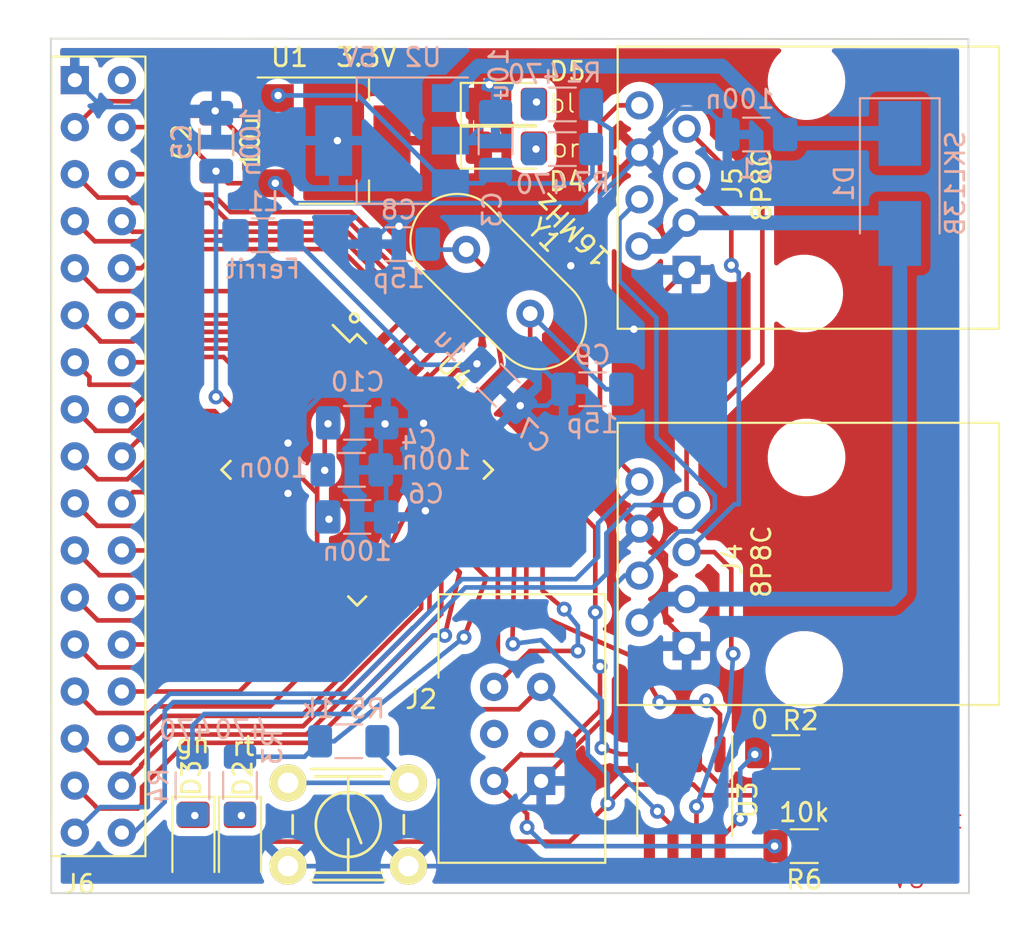
<source format=kicad_pcb>
(kicad_pcb (version 20211014) (generator pcbnew)
  (layers (0 "F.Cu" signal) (31 "B.Cu" signal) (34 "B.Paste" user) (35 "F.Paste" user) (36 "B.SilkS" user "B.Silkscreen") (37 "F.SilkS" user "F.Silkscreen") (38 "B.Mask" user) (39 "F.Mask" user) (44 "Edge.Cuts" user))
  (net 0 "")
  (net 1 "GND")
  (net 2 "Net-(C1-Pad2)")
  (net 3 "+5V")
  (net 4 "+V")
  (net 5 "DCC_A")
  (net 6 "DCC_B")
  (net 7 "PC2")
  (net 8 "PC0")
  (net 9 "PA0")
  (net 10 "PA2")
  (net 11 "PA6")
  (net 12 "PB2")
  (net 13 "PA4")
  (net 14 "PB0")
  (net 15 "PC4")
  (net 16 "PC6")
  (net 17 "PD4")
  (net 18 "PD6")
  (net 19 "PD0")
  (net 20 "PD2")
  (net 21 "PA1")
  (net 22 "PA3")
  (net 23 "PA5")
  (net 24 "PA7")
  (net 25 "PB1")
  (net 26 "PB3")
  (net 27 "PC1")
  (net 28 "PC3")
  (net 29 "PC5")
  (net 30 "PC7")
  (net 31 "PD1")
  (net 32 "PD3")
  (net 33 "PD5")
  (net 34 "PD7")
  (net 35 "Net-(D4-Pad2)")
  (net 36 "Net-(D2-Pad1)")
  (net 37 "+3.3V")
  (net 38 "Net-(D3-Pad1)")
  (net 39 "Net-(D5-Pad2)")
  (net 40 "+7V")
  (net 41 "PDI_DATA")
  (net 44 "PDICLK")
  (net 45 "CANH")
  (net 46 "CANL")
  (net 47 "AVCC")
  (net 48 "Net-(R5-Pad1)")
  (net 49 "Net-(U3-Pad1)")
  (net 50 "Net-(U3-Pad4)")
  (net 52 "Net-(R2-Pad2)")
  (net 53 "PE0")
  (net 54 "PE1")
  (net 55 "Net-(C9-Pad1)")
  (net 56 "Net-(C8-Pad1)")
  (footprint "sboxnet:sboxnet-buchse-2x17" (layer "F.Cu") (at 80.01 121.19 180)
    (fp_text reference "J6")
    (fp_text value "sboxnet-buchse_2x17" hide)
  )
  (footprint "sboxnet:wannenstecker_gerade_6pin" (layer "F.Cu") (at 100.1 110.78)
    (fp_text reference "J2")
    (fp_text value "Conn_02x03_Odd_Even")
  )
  (footprint "Package_TO_SOT_SMD:SOT-223-3_TabPin2" (layer "F.Cu") (at 91.44 81.28)
    (fp_text reference "U1  3.3V")
    (fp_text value "MCP1703A-3302_SOT223")
  )
  (footprint "sboxnet:8p8c-mebp" (layer "F.Cu") (at 116.84 104.14 90)
    (fp_text reference "J4")
    (fp_text value "8P8C")
  )
  (footprint "sboxnet:8p8c-mebp" (layer "F.Cu") (at 116.84 83.82 90)
    (fp_text reference "J5")
    (fp_text value "8P8C")
  )
  (footprint "sboxnet:JTP-1130" (layer "F.Cu") (at 92.2274 118.2116 180)
    (fp_text reference "SW1" hide)
    (fp_text value "SW_Push" hide)
  )
  (footprint "Package_QFP:TQFP-44_10x10mm_P0.8mm" (layer "F.Cu") (at 92.71 99.06 -45)
    (fp_text reference "U4")
    (fp_text value "ATxmega128A4U-AU")
  )
  (footprint "LED_SMD:LED_1206_3216Metric_Pad1.42x1.75mm_HandSolder" (layer "F.Cu") (at 83.8708 119.1768 -90)
    (fp_text reference "D3")
    (fp_text value "LED")
  )
  (footprint "LED_SMD:LED_1206_3216Metric_Pad1.42x1.75mm_HandSolder" (layer "F.Cu") (at 100.7618 81.661)
    (fp_text reference "D4")
    (fp_text value "LED")
  )
  (footprint "Capacitor_SMD:C_1206_3216Metric_Pad1.33x1.80mm_HandSolder" (layer "F.Cu") (at 85.09 81.3685 90)
    (fp_text reference "C2")
    (fp_text value "10u")
  )
  (footprint "Crystal:Crystal_HC49-U_Vertical" (layer "F.Cu") (at 98.597589 87.167589 -45)
    (fp_text reference "Y1")
    (fp_text value "16MHz")
  )
  (footprint "LED_SMD:LED_1206_3216Metric_Pad1.42x1.75mm_HandSolder" (layer "F.Cu") (at 100.7618 79.2988)
    (fp_text reference "D5")
    (fp_text value "LED")
  )
  (footprint "Resistor_SMD:R_1206_3216Metric_Pad1.30x1.75mm_HandSolder" (layer "F.Cu") (at 115.850001 114.3 180)
    (fp_text reference "R2")
    (fp_text value "0")
  )
  (footprint "LED_SMD:LED_1206_3216Metric_Pad1.42x1.75mm_HandSolder" (layer "F.Cu") (at 86.3854 119.1768 -90)
    (fp_text reference "D2")
    (fp_text value "LED")
  )
  (footprint "Resistor_SMD:R_1206_3216Metric_Pad1.30x1.75mm_HandSolder" (layer "F.Cu") (at 116.84 119.38 180)
    (fp_text reference "R6")
    (fp_text value "10k")
  )
  (footprint "Package_SO:SOIC-8_3.9x4.9mm_P1.27mm" (layer "F.Cu") (at 110.3884 116.8908 -90)
    (fp_text reference "U3")
    (fp_text value "SN65HVD230")
  )
  (footprint "Resistor_SMD:R_1206_3216Metric_Pad1.30x1.75mm_HandSolder" (layer "B.Cu") (at 103.7844 81.7372 180)
    (fp_text reference "R7")
    (fp_text value "470")
  )
  (footprint "Capacitor_SMD:C_1206_3216Metric_Pad1.33x1.80mm_HandSolder" (layer "B.Cu") (at 114.2492 80.9498)
    (fp_text reference "C1")
    (fp_text value "100n")
  )
  (footprint "Capacitor_SMD:C_1206_3216Metric_Pad1.33x1.80mm_HandSolder" (layer "B.Cu") (at 92.4175 99.06 180)
    (fp_text reference "C4")
    (fp_text value "100n")
  )
  (footprint "Inductor_SMD:L_1206_3216Metric_Pad1.42x1.75mm_HandSolder" (layer "B.Cu") (at 87.63 86.39 180)
    (fp_text reference "L1")
    (fp_text value "Ferrit")
  )
  (footprint "Capacitor_SMD:C_1206_3216Metric_Pad1.33x1.80mm_HandSolder" (layer "B.Cu") (at 100.33 94.488 135)
    (fp_text reference "C7")
    (fp_text value "1u")
  )
  (footprint "Resistor_SMD:R_1206_3216Metric_Pad1.30x1.75mm_HandSolder" (layer "B.Cu") (at 83.82 116.1282 -90)
    (fp_text reference "R4")
    (fp_text value "470")
  )
  (footprint "Package_TO_SOT_SMD:SOT-223-3_TabPin2" (layer "B.Cu") (at 94.59 81.28 180)
    (fp_text reference "U2  5V")
    (fp_text value "MCP1703A-5002_SOT223")
  )
  (footprint "Capacitor_SMD:C_1206_3216Metric_Pad1.33x1.80mm_HandSolder" (layer "B.Cu") (at 94.9575 86.868665 180)
    (fp_text reference "C8")
    (fp_text value "15p")
  )
  (footprint "Capacitor_SMD:C_1206_3216Metric_Pad1.33x1.80mm_HandSolder" (layer "B.Cu") (at 100.1776 81.3054 90)
    (fp_text reference "C3")
    (fp_text value "10u")
  )
  (footprint "Resistor_SMD:R_1206_3216Metric_Pad1.30x1.75mm_HandSolder" (layer "B.Cu") (at 86.3854 116.1028 -90)
    (fp_text reference "R3")
    (fp_text value "470")
  )
  (footprint "Resistor_SMD:R_1206_3216Metric_Pad1.30x1.75mm_HandSolder" (layer "B.Cu") (at 92.2528 113.7158 180)
    (fp_text reference "R5")
    (fp_text value "1k")
  )
  (footprint "Capacitor_SMD:C_1206_3216Metric_Pad1.33x1.80mm_HandSolder" (layer "B.Cu") (at 85.1154 81.3562 -90)
    (fp_text reference "C5")
    (fp_text value "100n")
  )
  (footprint "Diode_SMD:D_SMB_Handsoldering" (layer "B.Cu") (at 121.9962 83.5914 -90)
    (fp_text reference "D1")
    (fp_text value "SKL13B")
  )
  (footprint "Capacitor_SMD:C_1206_3216Metric_Pad1.33x1.80mm_HandSolder" (layer "B.Cu") (at 105.41 94.707286 180)
    (fp_text reference "C9")
    (fp_text value "15p")
  )
  (footprint "Capacitor_SMD:C_1206_3216Metric_Pad1.33x1.80mm_HandSolder" (layer "B.Cu") (at 92.71 101.6 180)
    (fp_text reference "C6")
    (fp_text value "100n")
  )
  (footprint "Capacitor_SMD:C_1206_3216Metric_Pad1.33x1.80mm_HandSolder" (layer "B.Cu") (at 92.71 96.52 180)
    (fp_text reference "C10")
    (fp_text value "100n")
  )
  (footprint "Resistor_SMD:R_1206_3216Metric_Pad1.30x1.75mm_HandSolder" (layer "B.Cu") (at 103.7844 79.3242 180)
    (fp_text reference "R1")
    (fp_text value "470")
  )
  (gr_circle (center 92.5576 90.8558) (end 92.791776 90.8558) (layer "F.SilkS") (width 0.15) (fill none))
  (gr_line (start 125.73 121.92) (end 76.2 121.92) (layer "Edge.Cuts") (width 0.1))
  (gr_line (start 76.2 121.92) (end 76.1746 75.7682) (layer "Edge.Cuts") (width 0.1))
  (gr_line (start 125.7046 75.7936) (end 125.73 121.92) (layer "Edge.Cuts") (width 0.1))
  (gr_line (start 76.1746 75.7682) (end 125.7046 75.7936) (layer "Edge.Cuts") (width 0.1))
  (gr_text "sboxnet\nModul\nV6" (at 122.4788 119.5324) (layer "F.Cu") (effects (font (size 1 1) (thickness 0.1))))
  (gr_text "470" (at 83.439 113.1062) (layer "B.SilkS") (effects (font (size 1 1)) (justify mirror)))
  (gr_text "470" (at 86.4362 113.0808) (layer "B.SilkS") (effects (font (size 1 1)) (justify mirror)))
  (gr_text "bl" (at 103.7844 79.2734) (layer "F.SilkS") (effects (font (size 1 1) (thickness 0.1))))
  (gr_text "or" (at 103.9622 81.6864) (layer "F.SilkS") (effects (font (size 1 1) (thickness 0.1))))
  (gr_text "gn" (at 83.8454 113.8428) (layer "F.SilkS") (effects (font (size 1 1))))
  (gr_text "16MHz" (at 104.3432 86.106 135) (layer "F.SilkS") (effects (font (size 1 1))))
  (gr_text "rt" (at 86.5632 113.9952) (layer "F.SilkS") (effects (font (size 1 1))))
  (segment (start 96.324021 96.57735) (end 97.306194 95.595177) (width 0.25) (layer "F.Cu") (net 1))
  (segment (start 101.511146 95.796146) (end 107.95 102.235) (width 0.25) (layer "F.Cu") (net 1))
  (segment (start 115.596601 116.1034) (end 112.334928 116.1034) (width 0.25) (layer "F.Cu") (net 1))
  (segment (start 111.0996 112.8014) (end 111.0996 114.3396) (width 0.25) (layer "F.Cu") (net 1))
  (segment (start 94.59 81.28) (end 91.6432 81.28) (width 0.25) (layer "F.Cu") (net 1))
  (segment (start 91.6432 81.28) (end 88.29 81.28) (width 0.25) (layer "F.Cu") (net 1))
  (segment (start 88.29 81.28) (end 86.6525 81.28) (width 0.25) (layer "F.Cu") (net 1))
  (segment (start 107.6452 91.4654) (end 107.6452 91.1048) (width 0.25) (layer "F.Cu") (net 1))
  (segment (start 98.7552 81.28) (end 98.8425 81.3673) (width 0.25) (layer "F.Cu") (net 1))
  (segment (start 110.9726 112.6744) (end 111.0996 112.8014) (width 0.25) (layer "F.Cu") (net 1))
  (segment (start 111.0234 114.791872) (end 111.0234 114.4158) (width 0.25) (layer "F.Cu") (net 1))
  (segment (start 99.2743 81.661) (end 99.2743 81.7882) (width 0.25) (layer "F.Cu") (net 1))
  (segment (start 99.2743 81.7882) (end 98.8425 82.22) (width 0.25) (layer "F.Cu") (net 1))
  (segment (start 110.49 112.4204) (end 110.744 112.6744) (width 0.25) (layer "F.Cu") (net 1))
  (segment (start 109.3724 103.6574) (end 107.95 102.235) (width 0.25) (layer "F.Cu") (net 1))
  (segment (start 98.8425 82.22) (end 98.8425 81.3673) (width 0.25) (layer "F.Cu") (net 1))
  (segment (start 98.8425 81.3673) (end 98.8425 80.01) (width 0.25) (layer "F.Cu") (net 1))
  (segment (start 112.334928 116.1034) (end 111.0234 114.791872) (width 0.25) (layer "F.Cu") (net 1))
  (segment (start 88.9762 97.6122) (end 88.9762 97.588942) (width 0.25) (layer "F.Cu") (net 1))
  (segment (start 111.0996 114.3396) (end 111.0234 114.4158) (width 0.25) (layer "F.Cu") (net 1))
  (segment (start 94.59 81.28) (end 94.59 85.5222) (width 0.25) (layer "F.Cu") (net 1))
  (segment (start 98.8425 79.2623) (end 99.822 78.2828) (width 0.25) (layer "F.Cu") (net 1))
  (segment (start 89.728795 101.082595) (end 88.9762 100.33) (width 0.25) (layer "F.Cu") (net 1))
  (segment (start 94.21515 96.57735) (end 96.324021 96.57735) (width 0.25) (layer "F.Cu") (net 1))
  (segment (start 89.728795 103.172576) (end 89.728795 101.082595) (width 0.25) (layer "F.Cu") (net 1))
  (segment (start 107.6452 91.1048) (end 110.49 88.26) (width 0.25) (layer "F.Cu") (net 1))
  (segment (start 94.59 81.28) (end 98.7552 81.28) (width 0.25) (layer "F.Cu") (net 1))
  (segment (start 88.9762 97.588942) (end 87.54812 96.160862) (width 0.25) (layer "F.Cu") (net 1))
  (segment (start 110.49 108.58) (end 110.49 108.31344) (width 0.25) (layer "F.Cu") (net 1))
  (segment (start 97.182542 101.2698) (end 97.87188 101.959138) (width 0.25) (layer "F.Cu") (net 1))
  (segment (start 117.400001 114.3) (end 115.596601 116.1034) (width 0.25) (layer "F.Cu") (net 1))
  (segment (start 109.3724 107.19584) (end 109.3724 103.6574) (width 0.25) (layer "F.Cu") (net 1))
  (segment (start 98.8425 80.01) (end 98.8425 79.2623) (width 0.25) (layer "F.Cu") (net 1))
  (segment (start 99.2743 81.661) (end 99.2743 83.0691) (width 0.25) (layer "F.Cu") (net 1))
  (segment (start 102.64 115.86) (end 105.8256 112.6744) (width 0.25) (layer "F.Cu") (net 1))
  (segment (start 110.49 108.31344) (end 109.3724 107.19584) (width 0.25) (layer "F.Cu") (net 1))
  (segment (start 105.8256 112.6744) (end 110.744 112.6744) (width 0.25) (layer "F.Cu") (net 1))
  (segment (start 96.393 101.2698) (end 97.182542 101.2698) (width 0.25) (layer "F.Cu") (net 1))
  (segment (start 99.2743 83.0691) (end 104.2416 88.0364) (width 0.25) (layer "F.Cu") (net 1))
  (segment (start 110.744 112.6744) (end 110.9726 112.6744) (width 0.25) (layer "F.Cu") (net 1))
  (segment (start 101.511146 95.592854) (end 101.511146 95.796146) (width 0.25) (layer "F.Cu") (net 1))
  (segment (start 89.245177 103.656194) (end 89.728795 103.172576) (width 0.25) (layer "F.Cu") (net 1))
  (segment (start 86.6525 81.28) (end 85.09 79.7175) (width 0.25) (layer "F.Cu") (net 1))
  (segment (start 110.49 108.58) (end 110.49 112.4204) (width 0.25) (layer "F.Cu") (net 1))
  (segment (start 94.59 85.5222) (end 94.9706 85.9028) (width 0.25) (layer "F.Cu") (net 1))
  (via (at 96.2914 96.5454) (size 0.8) (drill 0.4) (layers "F.Cu" "B.Cu") (net 1))
  (via (at 104.2416 88.0364) (size 0.8) (drill 0.4) (layers "F.Cu" "B.Cu") (net 1))
  (via (at 88.9762 97.6122) (size 0.8) (drill 0.4) (layers "F.Cu" "B.Cu") (net 1))
  (via (at 99.8474 78.2574) (size 0.8) (drill 0.4) (layers "F.Cu" "B.Cu") (net 1))
  (via (at 85.04575 79.67325) (size 0.8) (drill 0.4) (layers "F.Cu" "B.Cu") (net 1))
  (via (at 91.6432 81.28) (size 0.8) (drill 0.4) (layers "F.Cu" "B.Cu") (net 1))
  (via (at 101.511146 95.592854) (size 0.8) (drill 0.4) (layers "F.Cu" "B.Cu") (net 1))
  (via (at 88.9762 100.33) (size 0.8) (drill 0.4) (layers "F.Cu" "B.Cu") (net 1))
  (via (at 94.21515 96.57735) (size 0.8) (drill 0.4) (layers "F.Cu" "B.Cu") (net 1))
  (via (at 107.6452 91.4654) (size 0.8) (drill 0.4) (layers "F.Cu" "B.Cu") (net 1))
  (via (at 94.9706 85.9028) (size 0.8) (drill 0.4) (layers "F.Cu" "B.Cu") (net 1))
  (via (at 96.393 101.2698) (size 0.8) (drill 0.4) (layers "F.Cu" "B.Cu") (net 1))
  (segment (start 111.569789 79.553489) (end 112.6867 80.6704) (width 0.25) (layer "B.Cu") (net 1))
  (segment (start 95.4774 120.4616) (end 98.0384 120.4616) (width 0.25) (layer "B.Cu") (net 1))
  (segment (start 88.9762 100.33) (end 88.9762 97.6122) (width 0.25) (layer "B.Cu") (net 1))
  (segment (start 84.835989 79.463489) (end 85.04575 79.67325) (width 0.25) (layer "B.Cu") (net 1))
  (segment (start 101.511146 95.592854) (end 102.961932 95.592854) (width 0.25) (layer "B.Cu") (net 1))
  (segment (start 96.334385 97.655185) (end 96.393 101.2698) (width 0.25) (layer "B.Cu") (net 1))
  (segment (start 100.973759 91.702759) (end 100.203 90.932) (width 0.25) (layer "B.Cu") (net 1))
  (segment (start 105.8164 87.6046) (end 105.8164 84.261093) (width 0.25) (layer "B.Cu") (net 1))
  (segment (start 93.98 96.8125) (end 94.21515 96.57735) (width 0.25) (layer "B.Cu") (net 1))
  (segment (start 105.8164 84.261093) (end 107.95 82.127493) (width 0.25) (layer "B.Cu") (net 1))
  (segment (start 94.9706 85.9028) (end 94.360865 85.9028) (width 0.25) (layer "B.Cu") (net 1))
  (segment (start 107.95 82.127493) (end 107.95 81.915) (width 0.25) (layer "B.Cu") (net 1))
  (segment (start 107.95 81.915) (end 107.95 81.64344) (width 0.25) (layer "B.Cu") (net 1))
  (segment (start 100.203 78.6638) (end 99.822 78.2828) (width 0.25) (layer "B.Cu") (net 1))
  (segment (start 98.0384 120.4616) (end 102.64 115.86) (width 0.25) (layer "B.Cu") (net 1))
  (segment (start 93.98 99.06) (end 93.98 96.8125) (width 0.25) (layer "B.Cu") (net 1))
  (segment (start 90.745707 95.0468) (end 94.7928 95.0468) (width 0.25) (layer "B.Cu") (net 1))
  (segment (start 101.434854 95.592854) (end 101.511146 95.592854) (width 0.25) (layer "B.Cu") (net 1))
  (segment (start 104.8004 88.6206) (end 105.8164 87.6046) (width 0.25) (layer "B.Cu") (net 1))
  (segment (start 100.973759 91.833545) (end 100.973759 91.702759) (width 0.25) (layer "B.Cu") (net 1))
  (segment (start 100.203 79.7429) (end 100.203 78.6638) (width 0.25) (layer "B.Cu") (net 1))
  (segment (start 94.7928 95.0468) (end 96.2914 96.5454) (width 0.25) (layer "B.Cu") (net 1))
  (segment (start 96.334385 97.655185) (end 99.372523 97.655185) (width 0.25) (layer "B.Cu") (net 1))
  (segment (start 77.47 78.01) (end 78.923489 79.463489) (width 0.25) (layer "B.Cu") (net 1))
  (segment (start 98.6659 81.28) (end 100.203 79.7429) (width 0.25) (layer "B.Cu") (net 1))
  (segment (start 104.8004 88.6206) (end 107.6452 91.4654) (width 0.25) (layer "B.Cu") (net 1))
  (segment (start 96.2914 96.5454) (end 96.3168 96.5708) (width 0.25) (layer "B.Cu") (net 1))
  (segment (start 103.8475 94.707286) (end 100.973759 91.833545) (width 0.25) (layer "B.Cu") (net 1))
  (segment (start 94.2725 101.6) (end 94.2725 99.3525) (width 0.25) (layer "B.Cu") (net 1))
  (segment (start 107.95 81.64344) (end 110.039951 79.553489) (width 0.25) (layer "B.Cu") (net 1))
  (segment (start 88.9762 96.816307) (end 90.745707 95.0468) (width 0.25) (layer "B.Cu") (net 1))
  (segment (start 102.6414 88.0364) (end 104.2162 88.0364) (width 0.25) (layer "B.Cu") (net 1))
  (segment (start 100.203 90.4748) (end 102.6414 88.0364) (width 0.25) (layer "B.Cu") (net 1))
  (segment (start 110.039951 79.553489) (end 111.569789 79.553489) (width 0.25) (layer "B.Cu") (net 1))
  (segment (start 99.372523 97.655185) (end 101.434854 95.592854) (width 0.25) (layer "B.Cu") (net 1))
  (segment (start 100.203 90.932) (end 100.203 90.4748) (width 0.25) (layer "B.Cu") (net 1))
  (segment (start 102.961932 95.592854) (end 103.8475 94.707286) (width 0.25) (layer "B.Cu") (net 1))
  (segment (start 94.2725 99.3525) (end 93.98 99.06) (width 0.25) (layer "B.Cu") (net 1))
  (segment (start 88.9774 120.4616) (end 95.4774 120.4616) (width 0.25) (layer "B.Cu") (net 1))
  (segment (start 88.9762 97.6122) (end 88.9762 96.816307) (width 0.25) (layer "B.Cu") (net 1))
  (segment (start 78.923489 79.463489) (end 84.835989 79.463489) (width 0.25) (layer "B.Cu") (net 1))
  (segment (start 97.74 81.28) (end 98.6659 81.28) (width 0.25) (layer "B.Cu") (net 1))
  (segment (start 85.04575 79.67325) (end 85.09 79.7175) (width 0.25) (layer "B.Cu") (net 1))
  (segment (start 96.3168 96.5708) (end 96.334385 97.655185) (width 0.25) (layer "B.Cu") (net 1))
  (segment (start 94.360865 85.9028) (end 93.395 86.868665) (width 0.25) (layer "B.Cu") (net 1))
  (segment (start 104.2162 88.0364) (end 104.8004 88.6206) (width 0.25) (layer "B.Cu") (net 1))
  (segment (start 115.8117 80.6704) (end 112.399189 77.257889) (width 0.8) (layer "B.Cu") (net 2))
  (segment (start 97.74 78.7646) (end 97.74 78.98) (width 0.8) (layer "B.Cu") (net 2))
  (segment (start 99.246711 77.257889) (end 97.74 78.7646) (width 0.8) (layer "B.Cu") (net 2))
  (segment (start 116.0327 80.8914) (end 115.8117 80.6704) (width 0.8) (layer "B.Cu") (net 2))
  (segment (start 121.9962 80.8914) (end 116.0327 80.8914) (width 0.8) (layer "B.Cu") (net 2))
  (segment (start 112.399189 77.257889) (end 99.246711 77.257889) (width 0.8) (layer "B.Cu") (net 2))
  (segment (start 81.4578 78.2574) (end 87.5928 78.2828) (width 0.25) (layer "F.Cu") (net 3))
  (segment (start 81.4832 79.1718) (end 81.4578 78.2574) (width 0.25) (layer "F.Cu") (net 3))
  (segment (start 77.47 80.55) (end 78.8736 79.1464) (width 0.25) (layer "F.Cu") (net 3))
  (segment (start 87.5928 78.2828) (end 88.29 78.98) (width 0.25) (layer "F.Cu") (net 3))
  (segment (start 78.8736 79.1464) (end 81.4832 79.1718) (width 0.25) (layer "F.Cu") (net 3))
  (via (at 88.4428 78.8416) (size 0.8) (drill 0.4) (layers "F.Cu" "B.Cu") (net 3))
  (segment (start 105.4106 83.159) (end 104.9782 83.5914) (width 0.25) (layer "B.Cu") (net 3))
  (segment (start 97.74 83.58) (end 97.49 83.58) (width 0.25) (layer "B.Cu") (net 3))
  (segment (start 92.7516 78.8416) (end 88.4428 78.8416) (width 0.25) (layer "B.Cu") (net 3))
  (segment (start 100.9265 83.5914) (end 100.203 82.8679) (width 0.25) (layer "B.Cu") (net 3))
  (segment (start 97.49 83.58) (end 92.7516 78.8416) (width 0.25) (layer "B.Cu") (net 3))
  (segment (start 99.4909 83.58) (end 97.74 83.58) (width 0.25) (layer "B.Cu") (net 3))
  (segment (start 105.4106 82.169) (end 105.4106 83.159) (width 0.25) (layer "B.Cu") (net 3))
  (segment (start 100.203 82.8679) (end 99.4909 83.58) (width 0.25) (layer "B.Cu") (net 3))
  (segment (start 104.9782 83.5914) (end 100.9265 83.5914) (width 0.25) (layer "B.Cu") (net 3))
  (segment (start 110.49 97.409) (end 114.5794 93.3196) (width 0.25) (layer "F.Cu") (net 5))
  (segment (start 114.5794 84.7294) (end 110.49 80.64) (width 0.25) (layer "F.Cu") (net 5))
  (segment (start 110.49 100.96) (end 110.49 97.409) (width 0.25) (layer "F.Cu") (net 5))
  (segment (start 114.5794 93.3196) (end 114.5794 84.7294) (width 0.25) (layer "F.Cu") (net 5))
  (segment (start 105.4354 105.41) (end 106.16154 104.68386) (width 0.25) (layer "B.Cu") (net 5))
  (segment (start 98.552 105.41) (end 105.4354 105.41) (width 0.25) (layer "B.Cu") (net 5))
  (segment (start 107.68844 100.96) (end 110.49 100.96) (width 0.25) (layer "B.Cu") (net 5))
  (segment (start 106.16154 102.4869) (end 107.68844 100.96) (width 0.25) (layer "B.Cu") (net 5))
  (segment (start 82.321759 116.992758) (end 82.321759 112.065159) (width 0.25) (layer "B.Cu") (net 5))
  (segment (start 93.048455 111.015145) (end 98.552 105.41) (width 0.25) (layer "B.Cu") (net 5))
  (segment (start 80.664517 118.65) (end 82.321759 116.992758) (width 0.25) (layer "B.Cu") (net 5))
  (segment (start 82.786998 111.59992) (end 92.46368 111.59992) (width 0.25) (layer "B.Cu") (net 5))
  (segment (start 82.321759 112.065159) (end 82.786998 111.59992) (width 0.25) (layer "B.Cu") (net 5))
  (segment (start 106.16154 104.68386) (end 106.16154 102.4869) (width 0.25) (layer "B.Cu") (net 5))
  (segment (start 80.01 118.65) (end 80.664517 118.65) (width 0.25) (layer "B.Cu") (net 5))
  (segment (start 92.46368 111.59992) (end 93.048455 111.015145) (width 0.25) (layer "B.Cu") (net 5))
  (segment (start 107.95 99.695) (end 105.8164 97.5614) (width 0.25) (layer "F.Cu") (net 6))
  (segment (start 106.7816 79.375) (end 107.95 79.375) (width 0.25) (layer "F.Cu") (net 6))
  (segment (start 105.8164 97.5614) (end 105.8164 80.3402) (width 0.25) (layer "F.Cu") (net 6))
  (segment (start 105.8164 80.3402) (end 106.7816 79.375) (width 0.25) (layer "F.Cu") (net 6))
  (segment (start 81.407 117.2718) (end 78.8482 117.2718) (width 0.25) (layer "B.Cu") (net 6))
  (segment (start 105.71202 101.93298) (end 105.71202 103.757973) (width 0.25) (layer "B.Cu") (net 6))
  (segment (start 100.2538 104.96048) (end 98.365803 104.96048) (width 0.25) (layer "B.Cu") (net 6))
  (segment (start 95.7072 107.5944) (end 94.257157 109.044443) (width 0.25) (layer "B.Cu") (net 6))
  (segment (start 105.71202 103.757973) (end 104.509513 104.96048) (width 0.25) (layer "B.Cu") (net 6))
  (segment (start 92.1512 111.1504) (end 90.0938 111.1504) (width 0.25) (layer "B.Cu") (net 6))
  (segment (start 104.509513 104.96048) (end 100.2538 104.96048) (width 0.25) (layer "B.Cu") (net 6))
  (segment (start 90.1192 111.1504) (end 82.6008 111.1504) (width 0.25) (layer "B.Cu") (net 6))
  (segment (start 94.257157 109.044443) (end 92.1512 111.1504) (width 0.25) (layer "B.Cu") (net 6))
  (segment (start 95.731883 107.5944) (end 95.7072 107.5944) (width 0.25) (layer "B.Cu") (net 6))
  (segment (start 107.95 99.695) (end 105.71202 101.93298) (width 0.25) (layer "B.Cu") (net 6))
  (segment (start 98.365803 104.96048) (end 95.731883 107.5944) (width 0.25) (layer "B.Cu") (net 6))
  (segment (start 78.8482 117.2718) (end 77.47 118.65) (width 0.25) (layer "B.Cu") (net 6))
  (segment (start 81.407 112.3442) (end 81.407 117.2718) (width 0.25) (layer "B.Cu") (net 6))
  (segment (start 82.6008 111.1504) (end 81.407 112.3442) (width 0.25) (layer "B.Cu") (net 6))
  (segment (start 80.617918 100.262082) (end 80.01 100.87) (width 0.25) (layer "F.Cu") (net 7))
  (segment (start 85.851064 100.262082) (end 80.617918 100.262082) (width 0.25) (layer "F.Cu") (net 7))
  (segment (start 82.5246 95.885) (end 80.9752 97.4344) (width 0.25) (layer "F.Cu") (net 8))
  (segment (start 80.9752 97.4344) (end 80.9056 97.4344) (width 0.25) (layer "F.Cu") (net 8))
  (segment (start 86.41675 97.292233) (end 85.009517 95.885) (width 0.25) (layer "F.Cu") (net 8))
  (segment (start 85.009517 95.885) (end 82.5246 95.885) (width 0.25) (layer "F.Cu") (net 8))
  (segment (start 80.9056 97.4344) (end 80.01 98.33) (width 0.25) (layer "F.Cu") (net 8))
  (segment (start 82.804 84.201) (end 81.693 83.09) (width 0.25) (layer "F.Cu") (net 9))
  (segment (start 98.6282 91.3892) (end 92.3798 85.1408) (width 0.25) (layer "F.Cu") (net 9))
  (segment (start 98.6282 92.0242) (end 98.6282 91.3892) (width 0.25) (layer "F.Cu") (net 9))
  (segment (start 81.693 83.09) (end 80.01 83.09) (width 0.25) (layer "F.Cu") (net 9))
  (segment (start 96.174823 94.463806) (end 96.188594 94.463806) (width 0.25) (layer "F.Cu") (net 9))
  (segment (start 96.188594 94.463806) (end 98.6282 92.0242) (width 0.25) (layer "F.Cu") (net 9))
  (segment (start 85.8774 85.1408) (end 84.9376 84.201) (width 0.25) (layer "F.Cu") (net 9))
  (segment (start 84.9376 84.201) (end 82.804 84.201) (width 0.25) (layer "F.Cu") (net 9))
  (segment (start 92.3798 85.1408) (end 85.8774 85.1408) (width 0.25) (layer "F.Cu") (net 9))
  (segment (start 95.059365 93.332435) (end 97.179682 91.212118) (width 0.25) (layer "F.Cu") (net 10))
  (segment (start 92.167843 86.200279) (end 80.580279 86.200279) (width 0.25) (layer "F.Cu") (net 10))
  (segment (start 97.179682 91.212118) (end 92.167843 86.200279) (width 0.25) (layer "F.Cu") (net 10))
  (segment (start 95.043452 93.332435) (end 95.059365 93.332435) (width 0.25) (layer "F.Cu") (net 10))
  (segment (start 80.580279 86.200279) (end 80.01 85.63) (width 0.25) (layer "F.Cu") (net 10))
  (segment (start 90.942233 92.76675) (end 88.885483 90.71) (width 0.25) (layer "F.Cu") (net 11))
  (segment (start 88.885483 90.71) (end 80.01 90.71) (width 0.25) (layer "F.Cu") (net 11))
  (segment (start 80.538236 95.79) (end 80.01 95.79) (width 0.25) (layer "F.Cu") (net 12))
  (segment (start 83.820156 92.50808) (end 80.538236 95.79) (width 0.25) (layer "F.Cu") (net 12))
  (segment (start 86.15808 92.50808) (end 83.820156 92.50808) (width 0.25) (layer "F.Cu") (net 12))
  (segment (start 88.679491 95.029491) (end 86.15808 92.50808) (width 0.25) (layer "F.Cu") (net 12))
  (segment (start 93.912082 92.201064) (end 93.912082 92.193718) (width 0.25) (layer "F.Cu") (net 13))
  (segment (start 81.055916 88.17) (end 80.01 88.17) (width 0.25) (layer "F.Cu") (net 13))
  (segment (start 82.089781 87.136136) (end 81.055916 88.17) (width 0.25) (layer "F.Cu") (net 13))
  (segment (start 93.912082 92.193718) (end 95.400964 90.704836) (width 0.25) (layer "F.Cu") (net 13))
  (segment (start 91.832264 87.136136) (end 82.089781 87.136136) (width 0.25) (layer "F.Cu") (net 13))
  (segment (start 95.400964 90.704836) (end 91.832264 87.136136) (width 0.25) (layer "F.Cu") (net 13))
  (segment (start 87.521782 91.60904) (end 83.4136 91.60904) (width 0.25) (layer "F.Cu") (net 14))
  (segment (start 83.4136 91.60904) (end 82.0928 92.92984) (width 0.25) (layer "F.Cu") (net 14))
  (segment (start 89.810862 93.89812) (end 87.521782 91.60904) (width 0.25) (layer "F.Cu") (net 14))
  (segment (start 82.0928 92.964) (end 81.8068 93.25) (width 0.25) (layer "F.Cu") (net 14))
  (segment (start 82.0928 92.92984) (end 82.0928 92.964) (width 0.25) (layer "F.Cu") (net 14))
  (segment (start 81.8068 93.25) (end 80.01 93.25) (width 0.25) (layer "F.Cu") (net 14))
  (segment (start 86.972948 101.393452) (end 84.9564 103.41) (width 0.25) (layer "F.Cu") (net 15))
  (segment (start 84.9564 103.41) (end 80.01 103.41) (width 0.25) (layer "F.Cu") (net 15))
  (segment (start 86.982435 101.393452) (end 86.972948 101.393452) (width 0.25) (layer "F.Cu") (net 15))
  (segment (start 88.113806 102.524823) (end 88.113806 102.538594) (width 0.25) (layer "F.Cu") (net 16))
  (segment (start 84.7024 105.95) (end 80.01 105.95) (width 0.25) (layer "F.Cu") (net 16))
  (segment (start 88.113806 102.538594) (end 84.7024 105.95) (width 0.25) (layer "F.Cu") (net 16))
  (segment (start 94.477767 105.35325) (end 94.477767 105.374367) (width 0.25) (layer "F.Cu") (net 17))
  (segment (start 89.7128 112.3442) (end 82.1944 112.3442) (width 0.25) (layer "F.Cu") (net 17))
  (segment (start 82.1944 112.3442) (end 80.9686 113.57) (width 0.25) (layer "F.Cu") (net 17))
  (segment (start 95.5802 106.4768) (end 89.7128 112.3442) (width 0.25) (layer "F.Cu") (net 17))
  (segment (start 80.9686 113.57) (end 80.01 113.57) (width 0.25) (layer "F.Cu") (net 17))
  (segment (start 94.477767 105.374367) (end 95.5802 106.4768) (width 0.25) (layer "F.Cu") (net 17))
  (segment (start 81.0514 114.9858) (end 81.0514 115.0686) (width 0.25) (layer "F.Cu") (net 18))
  (segment (start 95.609138 104.270538) (end 96.61392 105.27532) (width 0.25) (layer "F.Cu") (net 18))
  (segment (start 96.61392 106.714516) (end 89.975915 113.35252) (width 0.25) (layer "F.Cu") (net 18))
  (segment (start 96.61392 105.27532) (end 96.61392 106.714516) (width 0.25) (layer "F.Cu") (net 18))
  (segment (start 95.609138 104.22188) (end 95.609138 104.270538) (width 0.25) (layer "F.Cu") (net 18))
  (segment (start 89.975915 113.35252) (end 82.68468 113.35252) (width 0.25) (layer "F.Cu") (net 18))
  (segment (start 81.0514 115.0686) (end 80.01 116.11) (width 0.25) (layer "F.Cu") (net 18))
  (segment (start 82.68468 113.35252) (end 81.0514 114.9858) (width 0.25) (layer "F.Cu") (net 18))
  (segment (start 90.376548 104.787565) (end 90.376548 104.797052) (width 0.25) (layer "F.Cu") (net 19))
  (segment (start 86.6836 108.49) (end 80.01 108.49) (width 0.25) (layer "F.Cu") (net 19))
  (segment (start 90.376548 104.797052) (end 86.6836 108.49) (width 0.25) (layer "F.Cu") (net 19))
  (segment (start 91.507918 105.918936) (end 91.464464 105.918936) (width 0.25) (layer "F.Cu") (net 20))
  (segment (start 86.3534 111.03) (end 80.01 111.03) (width 0.25) (layer "F.Cu") (net 20))
  (segment (start 91.464464 105.918936) (end 86.3534 111.03) (width 0.25) (layer "F.Cu") (net 20))
  (segment (start 80.26996 84.3534) (end 78.7334 84.3534) (width 0.25) (layer "F.Cu") (net 21))
  (segment (start 78.7334 84.3534) (end 77.47 83.09) (width 0.25) (layer "F.Cu") (net 21))
  (segment (start 85.851641 85.750759) (end 84.751403 84.65052) (width 0.25) (layer "F.Cu") (net 21))
  (segment (start 84.751403 84.65052) (end 80.56708 84.65052) (width 0.25) (layer "F.Cu") (net 21))
  (segment (start 95.609138 93.89812) (end 95.61128 93.89812) (width 0.25) (layer "F.Cu") (net 21))
  (segment (start 80.56708 84.65052) (end 80.26996 84.3534) (width 0.25) (layer "F.Cu") (net 21))
  (segment (start 97.8916 91.6178) (end 97.8916 91.288318) (width 0.25) (layer "F.Cu") (net 21))
  (segment (start 92.354041 85.750759) (end 85.851641 85.750759) (width 0.25) (layer "F.Cu") (net 21))
  (segment (start 95.61128 93.89812) (end 97.8916 91.6178) (width 0.25) (layer "F.Cu") (net 21))
  (segment (start 97.8916 91.288318) (end 92.354041 85.750759) (width 0.25) (layer "F.Cu") (net 21))
  (segment (start 81.873688 86.716511) (end 78.556511 86.716511) (width 0.25) (layer "F.Cu") (net 22))
  (segment (start 78.556511 86.716511) (end 77.47 85.63) (width 0.25) (layer "F.Cu") (net 22))
  (segment (start 94.477767 92.76675) (end 94.48205 92.76675) (width 0.25) (layer "F.Cu") (net 22))
  (segment (start 81.9404 86.649799) (end 81.873688 86.716511) (width 0.25) (layer "F.Cu") (net 22))
  (segment (start 94.48205 92.76675) (end 96.290323 90.958477) (width 0.25) (layer "F.Cu") (net 22))
  (segment (start 96.290323 90.958477) (end 91.981645 86.649799) (width 0.25) (layer "F.Cu") (net 22))
  (segment (start 91.981645 86.649799) (end 81.9404 86.649799) (width 0.25) (layer "F.Cu") (net 22))
  (segment (start 78.708 89.408) (end 77.47 88.17) (width 0.25) (layer "F.Cu") (net 23))
  (segment (start 91.507918 92.201064) (end 88.714854 89.408) (width 0.25) (layer "F.Cu") (net 23))
  (segment (start 88.714854 89.408) (end 78.708 89.408) (width 0.25) (layer "F.Cu") (net 23))
  (segment (start 88.203634 91.15952) (end 81.5848 91.15952) (width 0.25) (layer "F.Cu") (net 24))
  (segment (start 78.8416 92.0816) (end 77.47 90.71) (width 0.25) (layer "F.Cu") (net 24))
  (segment (start 78.8416 92.1258) (end 78.8416 92.0816) (width 0.25) (layer "F.Cu") (net 24))
  (segment (start 90.376548 93.332435) (end 89.288957 92.244843) (width 0.25) (layer "F.Cu") (net 24))
  (segment (start 80.61852 92.1258) (end 78.8416 92.1258) (width 0.25) (layer "F.Cu") (net 24))
  (segment (start 81.5848 91.15952) (end 80.61852 92.1258) (width 0.25) (layer "F.Cu") (net 24))
  (segment (start 89.288957 92.244843) (end 88.203634 91.15952) (width 0.25) (layer "F.Cu") (net 24))
  (segment (start 81.229918 94.4626) (end 78.2574 94.4626) (width 0.25) (layer "F.Cu") (net 25))
  (segment (start 78.2574 94.4626) (end 78.2574 94.0374) (width 0.25) (layer "F.Cu") (net 25))
  (segment (start 83.633958 92.05856) (end 81.229918 94.4626) (width 0.25) (layer "F.Cu") (net 25))
  (segment (start 89.245177 94.463806) (end 86.839931 92.05856) (width 0.25) (layer "F.Cu") (net 25))
  (segment (start 86.839931 92.05856) (end 83.633958 92.05856) (width 0.25) (layer "F.Cu") (net 25))
  (segment (start 78.2574 94.0374) (end 77.47 93.25) (width 0.25) (layer "F.Cu") (net 25))
  (segment (start 78.5876 96.9518) (end 78.5876 96.9076) (width 0.25) (layer "F.Cu") (net 26))
  (segment (start 81.789077 95.547483) (end 80.38476 96.9518) (width 0.25) (layer "F.Cu") (net 26))
  (segment (start 80.38476 96.9518) (end 78.5876 96.9518) (width 0.25) (layer "F.Cu") (net 26))
  (segment (start 78.5876 96.9076) (end 77.47 95.79) (width 0.25) (layer "F.Cu") (net 26))
  (segment (start 85.4964 92.964) (end 83.999954 92.964) (width 0.25) (layer "F.Cu") (net 26))
  (segment (start 81.789077 95.174877) (end 81.789077 95.547483) (width 0.25) (layer "F.Cu") (net 26))
  (segment (start 88.113806 95.581406) (end 85.4964 92.964) (width 0.25) (layer "F.Cu") (net 26))
  (segment (start 83.999954 92.964) (end 81.789077 95.174877) (width 0.25) (layer "F.Cu") (net 26))
  (segment (start 88.113806 95.595177) (end 88.113806 95.581406) (width 0.25) (layer "F.Cu") (net 26))
  (segment (start 83.50896 96.3676) (end 80.30856 99.568) (width 0.25) (layer "F.Cu") (net 27))
  (segment (start 85.851064 97.857918) (end 85.851064 97.839864) (width 0.25) (layer "F.Cu") (net 27))
  (segment (start 85.851064 97.839864) (end 84.3788 96.3676) (width 0.25) (layer "F.Cu") (net 27))
  (segment (start 80.30856 99.568) (end 78.708 99.568) (width 0.25) (layer "F.Cu") (net 27))
  (segment (start 84.3788 96.3676) (end 83.50896 96.3676) (width 0.25) (layer "F.Cu") (net 27))
  (segment (start 78.708 99.568) (end 77.47 98.33) (width 0.25) (layer "F.Cu") (net 27))
  (segment (start 78.6826 102.0826) (end 77.47 100.87) (width 0.25) (layer "F.Cu") (net 28))
  (segment (start 86.41675 100.827767) (end 86.370233 100.827767) (width 0.25) (layer "F.Cu") (net 28))
  (segment (start 85.1154 102.0826) (end 78.6826 102.0826) (width 0.25) (layer "F.Cu") (net 28))
  (segment (start 86.370233 100.827767) (end 85.1154 102.0826) (width 0.25) (layer "F.Cu") (net 28))
  (segment (start 78.7908 104.7496) (end 78.7908 104.7308) (width 0.25) (layer "F.Cu") (net 29))
  (segment (start 87.54812 101.959138) (end 87.524862 101.959138) (width 0.25) (layer "F.Cu") (net 29))
  (segment (start 84.7344 104.7496) (end 78.7908 104.7496) (width 0.25) (layer "F.Cu") (net 29))
  (segment (start 87.524862 101.959138) (end 84.7344 104.7496) (width 0.25) (layer "F.Cu") (net 29))
  (segment (start 78.7908 104.7308) (end 77.47 103.41) (width 0.25) (layer "F.Cu") (net 29))
  (segment (start 84.582 107.188) (end 78.708 107.188) (width 0.25) (layer "F.Cu") (net 30))
  (segment (start 88.679491 103.090509) (end 84.582 107.188) (width 0.25) (layer "F.Cu") (net 30))
  (segment (start 78.708 107.188) (end 77.47 105.95) (width 0.25) (layer "F.Cu") (net 30))
  (segment (start 78.708 109.728) (end 77.47 108.49) (width 0.25) (layer "F.Cu") (net 31))
  (segment (start 90.942233 105.35325) (end 90.91255 105.35325) (width 0.25) (layer "F.Cu") (net 31))
  (segment (start 86.5378 109.728) (end 78.708 109.728) (width 0.25) (layer "F.Cu") (net 31))
  (segment (start 90.91255 105.35325) (end 86.5378 109.728) (width 0.25) (layer "F.Cu") (net 31))
  (segment (start 81.4832 112.1918) (end 78.6318 112.1918) (width 0.25) (layer "F.Cu") (net 32))
  (segment (start 81.8388 111.8362) (end 81.4832 112.1918) (width 0.25) (layer "F.Cu") (net 32))
  (segment (start 87.994818 111.8362) (end 81.8388 111.8362) (width 0.25) (layer "F.Cu") (net 32))
  (segment (start 78.6318 112.1918) (end 77.47 111.03) (width 0.25) (layer "F.Cu") (net 32))
  (segment (start 93.912082 105.918936) (end 87.994818 111.8362) (width 0.25) (layer "F.Cu") (net 32))
  (segment (start 95.043452 104.787565) (end 95.059365 104.787565) (width 0.25) (layer "F.Cu") (net 33))
  (segment (start 89.789718 112.903) (end 82.4484 112.903) (width 0.25) (layer "F.Cu") (net 33))
  (segment (start 95.059365 104.787565) (end 96.1644 105.8926) (width 0.25) (layer "F.Cu") (net 33))
  (segment (start 96.1644 106.528318) (end 89.789718 112.903) (width 0.25) (layer "F.Cu") (net 33))
  (segment (start 96.1644 105.8926) (end 96.1644 106.528318) (width 0.25) (layer "F.Cu") (net 33))
  (segment (start 82.4484 112.903) (end 80.4672 114.8842) (width 0.25) (layer "F.Cu") (net 33))
  (segment (start 80.4672 114.8842) (end 78.7842 114.8842) (width 0.25) (layer "F.Cu") (net 33))
  (segment (start 78.7842 114.8842) (end 77.47 113.57) (width 0.25) (layer "F.Cu") (net 33))
  (segment (start 97.249586 104.730957) (end 96.174823 103.656194) (width 0.25) (layer "F.Cu") (net 34))
  (segment (start 80.8736 117.348) (end 81.096511 117.125089) (width 0.25) (layer "F.Cu") (net 34))
  (segment (start 81.096511 117.125089) (end 81.096511 116.185289) (width 0.25) (layer "F.Cu") (net 34))
  (segment (start 78.5876 117.2464) (end 78.6892 117.348) (width 0.25) (layer "F.Cu") (net 34))
  (segment (start 81.096511 116.185289) (end 83.47976 113.80204) (width 0.25) (layer "F.Cu") (net 34))
  (segment (start 97.249586 106.839414) (end 97.249586 104.730957) (width 0.25) (layer "F.Cu") (net 34))
  (segment (start 77.47 116.11) (end 78.5876 117.2276) (width 0.25) (layer "F.Cu") (net 34))
  (segment (start 78.5876 117.2276) (end 78.5876 117.2464) (width 0.25) (layer "F.Cu") (net 34))
  (segment (start 83.47976 113.80204) (end 90.28696 113.80204) (width 0.25) (layer "F.Cu") (net 34))
  (segment (start 90.28696 113.80204) (end 97.249586 106.839414) (width 0.25) (layer "F.Cu") (net 34))
  (segment (start 78.6892 117.348) (end 80.8736 117.348) (width 0.25) (layer "F.Cu") (net 34))
  (via (at 102.362 81.7372) (size 0.8) (drill 0.4) (layers "F.Cu" "B.Cu") (net 35))
  (via (at 86.4616 117.729) (size 0.8) (drill 0.4) (layers "F.Cu" "B.Cu") (net 36))
  (segment (start 110.0582 116.0526) (end 110.854214 116.0526) (width 0.25) (layer "F.Cu") (net 37))
  (segment (start 118.39 116.6882) (end 118.39 119.38) (width 0.25) (layer "F.Cu") (net 37))
  (segment (start 98.806 111.9886) (end 101.4314 111.9886) (width 0.25) (layer "F.Cu") (net 37))
  (segment (start 90.551 100.33) (end 90.551 99.4918) (width 0.25) (layer "F.Cu") (net 37))
  (segment (start 82.709 80.55) (end 85.09 82.931) (width 0.25) (layer "F.Cu") (net 37))
  (segment (start 98.7044 111.887) (end 98.806 111.9886) (width 0.25) (layer "F.Cu") (net 37))
  (segment (start 90.551 103.481742) (end 89.810862 104.22188) (width 0.25) (layer "F.Cu") (net 37))
  (segment (start 90.551 102.362) (end 91.186 101.727) (width 0.25) (layer "F.Cu") (net 37))
  (segment (start 100.3046 103.227974) (end 100.3046 109.0168) (width 0.25) (layer "F.Cu") (net 37))
  (segment (start 95.6564 100.838) (end 96.7994 99.822) (width 0.25) (layer "F.Cu") (net 37))
  (segment (start 101.4314 111.9886) (end 102.64 110.78) (width 0.25) (layer "F.Cu") (net 37))
  (segment (start 100.3046 109.0168) (end 100.1014 109.22) (width 0.25) (layer "F.Cu") (net 37))
  (segment (start 98.523252 101.393452) (end 99.6188 102.489) (width 0.25) (layer "F.Cu") (net 37))
  (segment (start 107.2642 116.0526) (end 110.0582 116.0526) (width 0.25) (layer "F.Cu") (net 37))
  (segment (start 87.912611 119.137089) (end 104.179711 119.137089) (width 0.25) (layer "F.Cu") (net 37))
  (segment (start 85.739 83.58) (end 88.29 83.58) (width 0.25) (layer "F.Cu") (net 37))
  (segment (start 90.294481 103.738261) (end 94.203939 103.738261) (width 0.25) (layer "F.Cu") (net 37))
  (segment (start 106.2355 117.0813) (end 107.2642 116.0526) (width 0.25) (layer "F.Cu") (net 37))
  (segment (start 111.438414 116.6368) (end 118.3386 116.6368) (width 0.25) (layer "F.Cu") (net 37))
  (segment (start 99.6188 102.542174) (end 100.3046 103.227974) (width 0.25) (layer "F.Cu") (net 37))
  (segment (start 99.6188 102.489) (end 99.6188 102.542174) (width 0.25) (layer "F.Cu") (net 37))
  (segment (start 98.7044 109.22) (end 98.7044 111.887) (width 0.25) (layer "F.Cu") (net 37))
  (segment (start 90.9574 99.0854) (end 90.9574 96.7486) (width 0.25) (layer "F.Cu") (net 37))
  (segment (start 90.551 102.5652) (end 90.551 102.362) (width 0.25) (layer "F.Cu") (net 37))
  (segment (start 90.551 100.33) (end 90.551 102.5652) (width 0.25) (layer "F.Cu") (net 37))
  (segment (start 110.0582 114.7206) (end 109.7534 114.4158) (width 0.25) (layer "F.Cu") (net 37))
  (segment (start 90.551 99.4918) (end 90.9574 99.0854) (width 0.25) (layer "F.Cu") (net 37))
  (segment (start 118.3386 116.6368) (end 118.39 116.6882) (width 0.25) (layer "F.Cu") (net 37))
  (segment (start 86.982435 96.761435) (end 90.551 100.33) (width 0.25) (layer "F.Cu") (net 37))
  (segment (start 85.09 82.931) (end 85.739 83.58) (width 0.25) (layer "F.Cu") (net 37))
  (segment (start 110.854214 116.0526) (end 111.438414 116.6368) (width 0.25) (layer "F.Cu") (net 37))
  (segment (start 110.0582 116.0526) (end 110.0582 114.7206) (width 0.25) (layer "F.Cu") (net 37))
  (segment (start 80.01 80.55) (end 82.709 80.55) (width 0.25) (layer "F.Cu") (net 37))
  (segment (start 96.7994 99.822) (end 98.437565 101.393452) (width 0.25) (layer "F.Cu") (net 37))
  (segment (start 90.551 102.5652) (end 90.551 103.481742) (width 0.25) (layer "F.Cu") (net 37))
  (segment (start 98.437565 101.393452) (end 98.523252 101.393452) (width 0.25) (layer "F.Cu") (net 37))
  (segment (start 85.378887 95.123) (end 86.982435 96.726548) (width 0.25) (layer "F.Cu") (net 37))
  (segment (start 86.982435 96.726548) (end 86.982435 96.761435) (width 0.25) (layer "F.Cu") (net 37))
  (segment (start 86.3854 120.6643) (end 87.912611 119.137089) (width 0.25) (layer "F.Cu") (net 37))
  (segment (start 90.9574 96.7486) (end 91.1352 96.5708) (width 0.25) (layer "F.Cu") (net 37))
  (segment (start 104.179711 119.137089) (end 106.2355 117.0813) (width 0.25) (layer "F.Cu") (net 37))
  (segment (start 85.09 95.123) (end 85.378887 95.123) (width 0.25) (layer "F.Cu") (net 37))
  (segment (start 94.203939 103.738261) (end 95.6564 100.838) (width 0.25) (layer "F.Cu") (net 37))
  (segment (start 100.1014 109.22) (end 98.7044 109.22) (width 0.25) (layer "F.Cu") (net 37))
  (segment (start 83.8708 120.6643) (end 86.3854 120.6643) (width 0.25) (layer "F.Cu") (net 37))
  (segment (start 89.810862 104.22188) (end 90.294481 103.738261) (width 0.25) (layer "F.Cu") (net 37))
  (via (at 85.09 95.123) (size 0.8) (drill 0.4) (layers "F.Cu" "B.Cu") (net 37))
  (via (at 90.9574 99.0854) (size 0.8) (drill 0.4) (layers "F.Cu" "B.Cu") (net 37))
  (via (at 91.1352 96.5708) (size 0.8) (drill 0.4) (layers "F.Cu" "B.Cu") (net 37))
  (via (at 85.09 82.931) (size 0.8) (drill 0.4) (layers "F.Cu" "B.Cu") (net 37))
  (via (at 91.186 101.727) (size 0.8) (drill 0.4) (layers "F.Cu" "B.Cu") (net 37))
  (via (at 106.2355 117.0813) (size 0.8) (drill 0.4) (layers "F.Cu" "B.Cu") (net 37))
  (via (at 88.29 83.58) (size 0.8) (drill 0.4) (layers "F.Cu" "B.Cu") (net 37))
  (segment (start 105.156 114.427) (end 105.156 113.296) (width 0.25) (layer "B.Cu") (net 37))
  (segment (start 106.426 80.6704) (end 105.3852 80.01) (width 0.25) (layer "B.Cu") (net 37))
  (segment (start 88.29 83.58) (end 89.364511 84.654511) (width 0.25) (layer "B.Cu") (net 37))
  (segment (start 85.09 86.6902) (end 85.09 95.123) (width 0.25) (layer "B.Cu") (net 37))
  (segment (start 85.09 86.6902) (end 85.8423 86.6902) (width 0.25) (layer "B.Cu") (net 37))
  (segment (start 85.09 82.931) (end 85.09 86.6902) (width 0.25) (layer "B.Cu") (net 37))
  (segment (start 85.8423 86.6902) (end 86.1425 86.39) (width 0.25) (layer "B.Cu") (net 37))
  (segment (start 106.2355 115.5065) (end 105.156 114.427) (width 0.25) (layer "B.Cu") (net 37))
  (segment (start 106.2355 117.0813) (end 106.2355 115.5065) (width 0.25) (layer "B.Cu") (net 37))
  (segment (start 104.778689 84.654511) (end 106.426 82.9818) (width 0.25) (layer "B.Cu") (net 37))
  (segment (start 105.156 113.296) (end 102.64 110.78) (width 0.25) (layer "B.Cu") (net 37))
  (segment (start 89.364511 84.654511) (end 104.778689 84.654511) (width 0.25) (layer "B.Cu") (net 37))
  (segment (start 106.426 82.9818) (end 106.426 80.6704) (width 0.25) (layer "B.Cu") (net 37))
  (via (at 83.947 117.729) (size 0.8) (drill 0.4) (layers "F.Cu" "B.Cu") (net 38))
  (via (at 102.3874 79.1972) (size 0.8) (drill 0.4) (layers "F.Cu" "B.Cu") (net 39))
  (segment (start 121.9962 86.2914) (end 121.9962 105.6132) (width 0.8) (layer "B.Cu") (net 40))
  (segment (start 110.49 106.04) (end 109.22 106.04) (width 0.8) (layer "B.Cu") (net 40))
  (segment (start 110.49 85.72) (end 121.4248 85.72) (width 0.8) (layer "B.Cu") (net 40))
  (segment (start 107.95 86.99) (end 109.22 86.99) (width 0.8) (layer "B.Cu") (net 40))
  (segment (start 109.22 106.04) (end 107.95 107.31) (width 0.8) (layer "B.Cu") (net 40))
  (segment (start 109.22 86.99) (end 110.49 85.72) (width 0.8) (layer "B.Cu") (net 40))
  (segment (start 121.4248 85.72) (end 121.9962 86.2914) (width 0.8) (layer "B.Cu") (net 40))
  (segment (start 121.5694 106.04) (end 110.49 106.04) (width 0.8) (layer "B.Cu") (net 40))
  (segment (start 121.9962 105.6132) (end 121.5694 106.04) (width 0.8) (layer "B.Cu") (net 40))
  (segment (start 101.0412 99.330182) (end 99.568936 97.857918) (width 0.25) (layer "F.Cu") (net 41))
  (segment (start 102.041 108.839) (end 104.6226 108.839) (width 0.25) (layer "F.Cu") (net 41))
  (segment (start 101.057382 99.330182) (end 101.0412 99.330182) (width 0.25) (layer "F.Cu") (net 41))
  (segment (start 100.1 110.78) (end 102.041 108.839) (width 0.25) (layer "F.Cu") (net 41))
  (segment (start 102.7176 105.5878) (end 102.7176 100.9904) (width 0.25) (layer "F.Cu") (net 41))
  (segment (start 102.7176 100.9904) (end 101.057382 99.330182) (width 0.25) (layer "F.Cu") (net 41))
  (segment (start 103.886 106.5784) (end 102.7176 105.5878) (width 0.25) (layer "F.Cu") (net 41))
  (via (at 103.886 106.5784) (size 0.8) (drill 0.4) (layers "F.Cu" "B.Cu") (net 41))
  (via (at 104.6226 108.839) (size 0.8) (drill 0.4) (layers "F.Cu" "B.Cu") (net 41))
  (segment (start 103.886 106.5784) (end 104.6226 107.4928) (width 0.25) (layer "B.Cu") (net 41))
  (segment (start 104.6226 107.4928) (end 104.6226 108.839) (width 0.25) (layer "B.Cu") (net 41))
  (segment (start 101.8794 117.6394) (end 100.1 115.86) (width 0.25) (layer "F.Cu") (net 44))
  (segment (start 101.8794 118.364) (end 101.8794 117.6394) (width 0.25) (layer "F.Cu") (net 44))
  (segment (start 105.8164 112.047882) (end 103.394941 114.469341) (width 0.25) (layer "F.Cu") (net 44))
  (segment (start 101.616319 114.469341) (end 101.553489 114.406511) (width 0.25) (layer "F.Cu") (net 44))
  (segment (start 101.553489 114.406511) (end 100.1 115.86) (width 0.25) (layer "F.Cu") (net 44))
  (segment (start 103.394941 114.469341) (end 101.616319 114.469341) (width 0.25) (layer "F.Cu") (net 44))
  (segment (start 99.486869 96.808614) (end 100.161414 96.808614) (width 0.25) (layer "F.Cu") (net 44))
  (segment (start 105.5624 102.2096) (end 105.5624 106.7562) (width 0.25) (layer "F.Cu") (net 44))
  (segment (start 105.8164 109.6772) (end 105.8164 112.047882) (width 0.25) (layer "F.Cu") (net 44))
  (segment (start 100.161414 96.808614) (end 105.5624 102.2096) (width 0.25) (layer "F.Cu") (net 44))
  (segment (start 99.00325 97.292233) (end 99.486869 96.808614) (width 0.25) (layer "F.Cu") (net 44))
  (via (at 115.2398 119.38) (size 0.8) (drill 0.4) (layers "F.Cu" "B.Cu") (net 44))
  (via (at 101.8794 118.364) (size 0.8) (drill 0.4) (layers "F.Cu" "B.Cu") (net 44))
  (via (at 105.8164 109.6772) (size 0.8) (drill 0.4) (layers "F.Cu" "B.Cu") (net 44))
  (via (at 105.5624 106.7562) (size 0.8) (drill 0.4) (layers "F.Cu" "B.Cu") (net 44))
  (segment (start 102.8954 119.38) (end 101.8794 118.364) (width 0.25) (layer "B.Cu") (net 44))
  (segment (start 105.5624 106.7562) (end 105.5624 109.4232) (width 0.25) (layer "B.Cu") (net 44))
  (segment (start 105.5624 109.4232) (end 105.8164 109.6772) (width 0.25) (layer "B.Cu") (net 44))
  (segment (start 115.2398 119.38) (end 102.8954 119.38) (width 0.25) (layer "B.Cu") (net 44))
  (segment (start 112.903 104.4194) (end 111.9836 103.5) (width 0.25) (layer "F.Cu") (net 45))
  (segment (start 111.0234 119.3658) (end 111.0234 117.2464) (width 0.25) (layer "F.Cu") (net 45))
  (segment (start 112.903 88.011) (end 112.903 85.593) (width 0.25) (layer "F.Cu") (net 45))
  (segment (start 113.0046 108.9914) (end 112.903 108.8898) (width 0.25) (layer "F.Cu") (net 45))
  (segment (start 111.9836 103.5) (end 110.49 103.5) (width 0.25) (layer "F.Cu") (net 45))
  (segment (start 112.903 85.593) (end 110.49 83.18) (width 0.25) (layer "F.Cu") (net 45))
  (segment (start 112.903 108.8898) (end 112.903 104.4194) (width 0.25) (layer "F.Cu") (net 45))
  (via (at 112.903 88.011) (size 0.8) (drill 0.4) (layers "F.Cu" "B.Cu") (net 45))
  (via (at 111.0234 117.2464) (size 0.8) (drill 0.4) (layers "F.Cu" "B.Cu") (net 45))
  (via (at 113.0046 108.9914) (size 0.8) (drill 0.4) (layers "F.Cu" "B.Cu") (net 45))
  (segment (start 113.3094 100.9142) (end 113.3094 88.4174) (width 0.25) (layer "B.Cu") (net 45))
  (segment (start 112.8014 112.0902) (end 113.0046 108.9914) (width 0.25) (layer "B.Cu") (net 45))
  (segment (start 110.49 103.5) (end 113.0758 100.9142) (width 0.25) (layer "B.Cu") (net 45))
  (segment (start 113.3094 88.4174) (end 112.903 88.011) (width 0.25) (layer "B.Cu") (net 45))
  (segment (start 111.0234 117.2464) (end 112.8014 112.0902) (width 0.25) (layer "B.Cu") (net 45))
  (segment (start 113.0758 100.9142) (end 113.3094 100.9142) (width 0.25) (layer "B.Cu") (net 45))
  (segment (start 109.7534 118.3386) (end 108.9152 117.5004) (width 0.25) (layer "F.Cu") (net 46))
  (segment (start 109.7534 119.3658) (end 109.7534 118.3386) (width 0.25) (layer "F.Cu") (net 46))
  (via (at 108.9152 117.5004) (size 0.8) (drill 0.4) (layers "F.Cu" "B.Cu") (net 46))
  (segment (start 108.8644 90.8558) (end 108.8644 97.3074) (width 0.25) (layer "B.Cu") (net 46))
  (segment (start 106.863489 88.854889) (end 108.8644 90.8558) (width 0.25) (layer "B.Cu") (net 46))
  (segment (start 107.95 104.50344) (end 107.95 104.77) (width 0.25) (layer "B.Cu") (net 46))
  (segment (start 108.8644 97.3074) (end 112.014 100.457) (width 0.25) (layer "B.Cu") (net 46))
  (segment (start 107.1422 104.77) (end 107.95 104.77) (width 0.25) (layer "B.Cu") (net 46))
  (segment (start 112.014 101.1682) (end 110.7948 102.3874) (width 0.25) (layer "B.Cu") (net 46))
  (segment (start 106.863489 85.536511) (end 106.863489 88.854889) (width 0.25) (layer "B.Cu") (net 46))
  (segment (start 110.7948 102.3874) (end 110.06604 102.3874) (width 0.25) (layer "B.Cu") (net 46))
  (segment (start 106.68 105.2322) (end 107.1422 104.77) (width 0.25) (layer "B.Cu") (net 46))
  (segment (start 107.95 84.45) (end 106.863489 85.536511) (width 0.25) (layer "B.Cu") (net 46))
  (segment (start 110.06604 102.3874) (end 107.95 104.50344) (width 0.25) (layer "B.Cu") (net 46))
  (segment (start 108.9152 117.5004) (end 106.68 115.2652) (width 0.25) (layer "B.Cu") (net 46))
  (segment (start 112.014 100.457) (end 112.014 101.1682) (width 0.25) (layer "B.Cu") (net 46))
  (segment (start 106.68 115.2652) (end 106.68 105.2322) (width 0.25) (layer "B.Cu") (net 46))
  (segment (start 99.22008 93.37808) (end 99.1743 93.3323) (width 0.25) (layer "F.Cu") (net 47))
  (segment (start 99.22008 93.6752) (end 99.22008 93.37808) (width 0.25) (layer "F.Cu") (net 47))
  (segment (start 96.740509 95.029491) (end 98.0948 93.6752) (width 0.25) (layer "F.Cu") (net 47))
  (segment (start 98.0948 93.6752) (end 99.22008 93.6752) (width 0.25) (layer "F.Cu") (net 47))
  (via (at 99.1743 93.3323) (size 0.8) (drill 0.4) (layers "F.Cu" "B.Cu") (net 47))
  (segment (start 89.1175 86.39) (end 96.110646 93.383146) (width 0.25) (layer "B.Cu") (net 47))
  (segment (start 96.110646 93.383146) (end 99.225146 93.383146) (width 0.25) (layer "B.Cu") (net 47))
  (segment (start 95.4774 115.9616) (end 93.8028 114.287) (width 0.25) (layer "B.Cu") (net 48))
  (segment (start 93.8028 114.287) (end 93.8028 113.7158) (width 0.25) (layer "B.Cu") (net 48))
  (segment (start 88.9774 115.9616) (end 95.4774 115.9616) (width 0.25) (layer "B.Cu") (net 48))
  (segment (start 112.2934 112.268) (end 112.2934 114.4158) (width 0.25) (layer "F.Cu") (net 49))
  (segment (start 111.5568 111.5314) (end 112.2934 112.268) (width 0.25) (layer "F.Cu") (net 49))
  (segment (start 101.854 102.6414) (end 101.8286 106.6038) (width 0.25) (layer "F.Cu") (net 49))
  (segment (start 99.568936 100.262082) (end 101.854 102.6414) (width 0.25) (layer "F.Cu") (net 49))
  (segment (start 107.6452 109.1692) (end 109.0422 111.6076) (width 0.25) (layer "F.Cu") (net 49))
  (segment (start 101.8286 106.6038) (end 107.6452 109.1692) (width 0.25) (layer "F.Cu") (net 49))
  (via (at 109.0422 111.6076) (size 0.8) (drill 0.4) (layers "F.Cu" "B.Cu") (net 49))
  (via (at 111.5568 111.5314) (size 0.8) (drill 0.4) (layers "F.Cu" "B.Cu") (net 49))
  (segment (start 111.4806 111.6076) (end 111.5568 111.5314) (width 0.25) (layer "B.Cu") (net 49))
  (segment (start 109.0422 111.6076) (end 111.4806 111.6076) (width 0.25) (layer "B.Cu") (net 49))
  (segment (start 101.1174 108.458) (end 101.092 108.2548) (width 0.25) (layer "F.Cu") (net 50))
  (segment (start 106.9228 114.4158) (end 105.918 114.0714) (width 0.25) (layer "F.Cu") (net 50))
  (segment (start 101.219 102.9716) (end 99.00325 100.827767) (width 0.25) (layer "F.Cu") (net 50))
  (segment (start 108.4834 114.4158) (end 106.9228 114.4158) (width 0.25) (layer "F.Cu") (net 50))
  (segment (start 101.092 108.2548) (end 101.219 102.9716) (width 0.25) (layer "F.Cu") (net 50))
  (via (at 105.918 114.0714) (size 0.8) (drill 0.4) (layers "F.Cu" "B.Cu") (net 50))
  (via (at 101.1174 108.458) (size 0.8) (drill 0.4) (layers "F.Cu" "B.Cu") (net 50))
  (segment (start 105.918 111.5314) (end 105.918 114.0714) (width 0.25) (layer "B.Cu") (net 50))
  (segment (start 101.1174 108.458) (end 102.6414 108.2548) (width 0.25) (layer "B.Cu") (net 50))
  (segment (start 102.6414 108.2548) (end 105.918 111.5314) (width 0.25) (layer "B.Cu") (net 50))
  (segment (start 112.2934 119.3658) (end 112.2934 118.999) (width 0.25) (layer "F.Cu") (net 52))
  (segment (start 112.2934 118.999) (end 113.3856 117.9068) (width 0.25) (layer "F.Cu") (net 52))
  (via (at 113.3856 117.9068) (size 0.8) (drill 0.4) (layers "F.Cu" "B.Cu") (net 52))
  (via (at 114.173 114.427) (size 0.8) (drill 0.4) (layers "F.Cu" "B.Cu") (net 52))
  (segment (start 113.3856 117.9068) (end 113.3856 115.2144) (width 0.25) (layer "B.Cu") (net 52))
  (segment (start 113.3856 115.2144) (end 114.173 114.427) (width 0.25) (layer "B.Cu") (net 52))
  (segment (start 98.2472 104.5972) (end 96.740509 103.090509) (width 0.25) (layer "F.Cu") (net 53))
  (segment (start 97.4344 108.0008) (end 98.2472 104.5972) (width 0.25) (layer "F.Cu") (net 53))
  (via (at 97.4344 108.0008) (size 0.8) (drill 0.4) (layers "F.Cu" "B.Cu") (net 53))
  (segment (start 92.586048 112.214152) (end 96.7994 108.0008) (width 0.25) (layer "B.Cu") (net 53))
  (segment (start 92.586048 112.2426) (end 92.586048 112.214152) (width 0.25) (layer "B.Cu") (net 53))
  (segment (start 83.82 112.8776) (end 84.455 112.2426) (width 0.25) (layer "B.Cu") (net 53))
  (segment (start 96.7994 108.0008) (end 97.4344 108.0008) (width 0.25) (layer "B.Cu") (net 53))
  (segment (start 83.82 114.5782) (end 83.82 112.8776) (width 0.25) (layer "B.Cu") (net 53))
  (segment (start 84.455 112.2426) (end 92.586048 112.2426) (width 0.25) (layer "B.Cu") (net 53))
  (segment (start 97.343223 102.524823) (end 97.306194 102.524823) (width 0.25) (layer "F.Cu") (net 54))
  (segment (start 99.695 104.8766) (end 97.343223 102.524823) (width 0.25) (layer "F.Cu") (net 54))
  (segment (start 98.4758 108.1024) (end 99.695 104.8766) (width 0.25) (layer "F.Cu") (net 54))
  (via (at 98.4758 108.1024) (size 0.8) (drill 0.4) (layers "F.Cu" "B.Cu") (net 54))
  (segment (start 98.4758 108.1024) (end 91.4654 113.7158) (width 0.25) (layer "B.Cu") (net 54))
  (segment (start 91.4654 113.7158) (end 90.7028 113.7158) (width 0.25) (layer "B.Cu") (net 54))
  (segment (start 86.3854 114.5528) (end 89.8658 114.5528) (width 0.25) (layer "B.Cu") (net 54))
  (segment (start 89.8658 114.5528) (end 90.7028 113.7158) (width 0.25) (layer "B.Cu") (net 54))
  (segment (start 102.04827 93.12533) (end 102.04827 90.61827) (width 0.25) (layer "F.Cu") (net 55))
  (segment (start 98.437565 96.726548) (end 98.447052 96.726548) (width 0.25) (layer "F.Cu") (net 55))
  (segment (start 98.447052 96.726548) (end 102.04827 93.12533) (width 0.25) (layer "F.Cu") (net 55))
  (segment (start 102.04827 90.61827) (end 106.137286 94.707286) (width 0.25) (layer "B.Cu") (net 55))
  (segment (start 106.137286 94.707286) (end 106.9725 94.707286) (width 0.25) (layer "B.Cu") (net 55))
  (segment (start 97.87188 96.160862) (end 97.971338 96.160862) (width 0.25) (layer "F.Cu") (net 56))
  (segment (start 100.5332 93.5736) (end 99.6696 88.2396) (width 0.25) (layer "F.Cu") (net 56))
  (segment (start 99.6696 88.2396) (end 98.597589 87.167589) (width 0.25) (layer "F.Cu") (net 56))
  (segment (start 97.971338 96.160862) (end 100.5332 93.5736) (width 0.25) (layer "F.Cu") (net 56))
  (segment (start 98.597589 87.167589) (end 96.818924 87.167589) (width 0.25) (layer "B.Cu") (net 56))
  (segment (start 96.818924 87.167589) (end 96.52 86.868665) (width 0.25) (layer "B.Cu") (net 56))
  (zone (net 1) (net_name "GND") (layer "F.Cu") (connect_pads (clearance 0.508)) (min_thickness 0.254) (fill yes (thermal_gap 0.508) (thermal_bridge_width 0.508))
    (polygon (pts (xy 128.143 73.914) (xy 128.7018 124.46) (xy 73.6092 123.6726) (xy 73.5584 73.6854)))
  )
  (zone (net 1) (net_name "GND") (layer "B.Cu") (connect_pads (clearance 0.508)) (min_thickness 0.254) (fill yes (thermal_gap 0.508) (thermal_bridge_width 0.508))
    (polygon (pts (xy 128.5494 124.333) (xy 73.4314 123.7742) (xy 73.66 73.8632) (xy 128.016 73.787)))
  )
)
</source>
